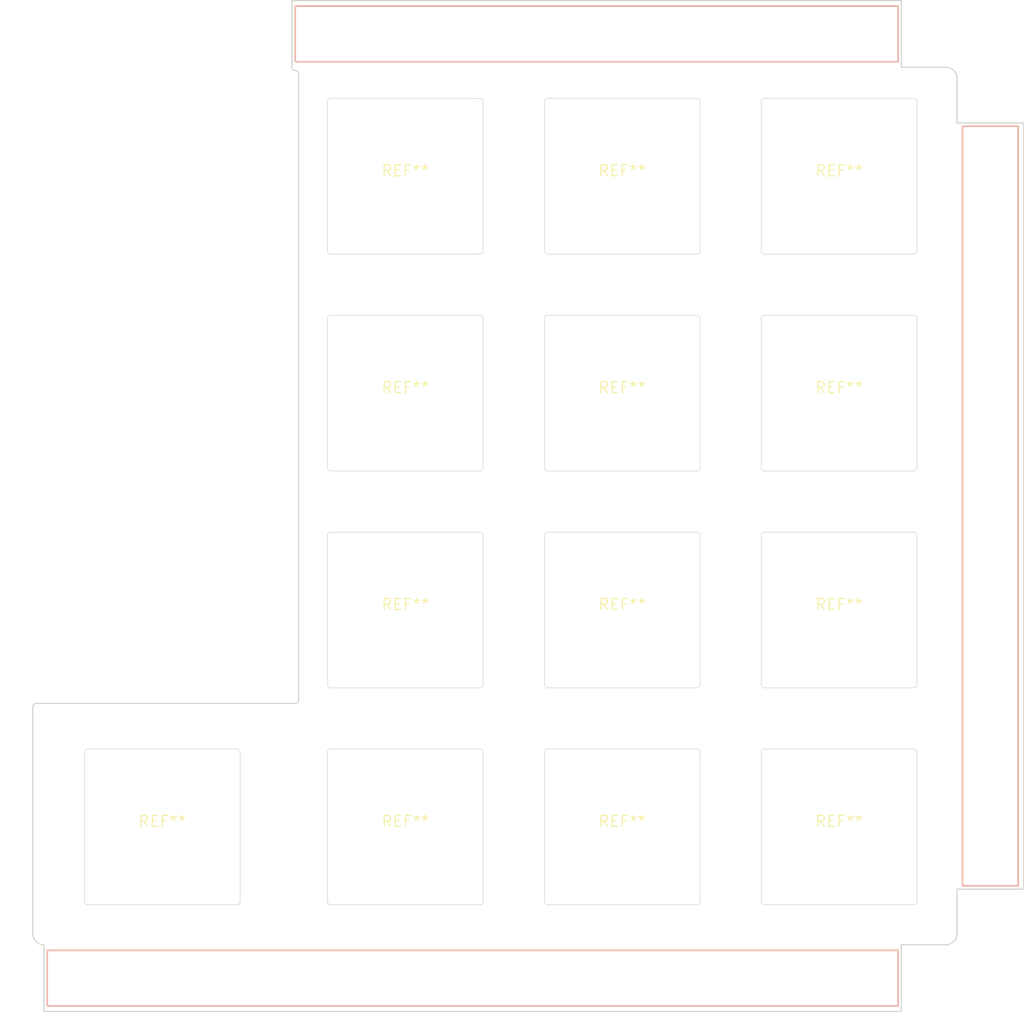
<source format=kicad_pcb>
(kicad_pcb (version 20221018) (generator pcbnew)
  (layers (0 "F.Cu" signal) (31 "B.Cu" signal) (34 "B.Paste" user) (35 "F.Paste" user) (36 "B.SilkS" user "B.Silkscreen") (37 "F.SilkS" user "F.Silkscreen") (38 "B.Mask" user) (39 "F.Mask" user) (44 "Edge.Cuts" user))
  (net 0 "")
  (footprint "mountingholes:MountingHole_2.2mm_M2_DIN965_Pad_TopBottom" (layer "F.Cu") (at 133 77.4)
    (fp_text reference "H1" hide)
    (fp_text value "MountingHole")
    (pad "" np_thru_hole circle (at 0 0) (size 2.2 2.2) (drill 2.2) (layers "F&B.Cu" "*.Mask"))
  )
  (footprint "mountingholes:mx switch cutout plate" (layer "F.Cu") (at 117.25 126.1)
    (fp_text reference "REF**" (at 0 -0.5 unlocked) (layer "F.SilkS") (effects (font (thickness 0.1))))
    (fp_text value "mx switch cutout plate")
    (fp_line (start -7 6.7) (end -7 -6.7) (stroke (width 0.05)) (layer "Edge.Cuts"))
    (fp_line (start 6.7 -7) (end -6.7 -7) (stroke (width 0.05)) (layer "Edge.Cuts"))
    (fp_line (start 6.7 7) (end -6.7 7) (stroke (width 0.05)) (layer "Edge.Cuts"))
    (fp_line (start 7 6.7) (end 7 -6.7) (stroke (width 0.05)) (layer "Edge.Cuts"))
    (fp_arc (start -7 -6.7) (mid -6.912132 -6.912132) (end -6.7 -7) (stroke (width 0.05)) (layer "Edge.Cuts"))
    (fp_arc (start -6.7 7) (mid -6.912132 6.912132) (end -7 6.7) (stroke (width 0.05)) (layer "Edge.Cuts"))
    (fp_arc (start 6.7 -7) (mid 6.912132 -6.912132) (end 7 -6.7) (stroke (width 0.05)) (layer "Edge.Cuts"))
    (fp_arc (start 7 6.7) (mid 6.912132 6.912132) (end 6.7 7) (stroke (width 0.05)) (layer "Edge.Cuts"))
  )
  (footprint "mountingholes:MountingHole_2.2mm_M2_DIN965_Pad_TopBottom" (layer "F.Cu") (at 136.1 116.6)
    (fp_text reference "H4" hide)
    (fp_text value "MountingHole")
    (pad "" np_thru_hole circle (at 0 0) (size 2.2 2.2) (drill 2.2) (layers "F&B.Cu" "*.Mask"))
  )
  (footprint "mountingholes:mx switch cutout plate" (layer "F.Cu") (at 139.1 106.6)
    (fp_text reference "REF**" (at 0 -0.5 unlocked) (layer "F.SilkS") (effects (font (thickness 0.1))))
    (fp_text value "mx switch cutout plate")
    (fp_line (start -7 6.7) (end -7 -6.7) (stroke (width 0.05)) (layer "Edge.Cuts"))
    (fp_line (start 6.7 -7) (end -6.7 -7) (stroke (width 0.05)) (layer "Edge.Cuts"))
    (fp_line (start 6.7 7) (end -6.7 7) (stroke (width 0.05)) (layer "Edge.Cuts"))
    (fp_line (start 7 6.7) (end 7 -6.7) (stroke (width 0.05)) (layer "Edge.Cuts"))
    (fp_arc (start -7 -6.7) (mid -6.912132 -6.912132) (end -6.7 -7) (stroke (width 0.05)) (layer "Edge.Cuts"))
    (fp_arc (start -6.7 7) (mid -6.912132 6.912132) (end -7 6.7) (stroke (width 0.05)) (layer "Edge.Cuts"))
    (fp_arc (start 6.7 -7) (mid 6.912132 -6.912132) (end 7 -6.7) (stroke (width 0.05)) (layer "Edge.Cuts"))
    (fp_arc (start 7 6.7) (mid 6.912132 6.912132) (end 6.7 7) (stroke (width 0.05)) (layer "Edge.Cuts"))
  )
  (footprint "mountingholes:mx switch cutout plate" (layer "F.Cu") (at 158.6 67.6)
    (fp_text reference "REF**" (at 0 -0.5 unlocked) (layer "F.SilkS") (effects (font (thickness 0.1))))
    (fp_text value "mx switch cutout plate")
    (fp_line (start -7 6.7) (end -7 -6.7) (stroke (width 0.05)) (layer "Edge.Cuts"))
    (fp_line (start 6.7 -7) (end -6.7 -7) (stroke (width 0.05)) (layer "Edge.Cuts"))
    (fp_line (start 6.7 7) (end -6.7 7) (stroke (width 0.05)) (layer "Edge.Cuts"))
    (fp_line (start 7 6.7) (end 7 -6.7) (stroke (width 0.05)) (layer "Edge.Cuts"))
    (fp_arc (start -7 -6.7) (mid -6.912132 -6.912132) (end -6.7 -7) (stroke (width 0.05)) (layer "Edge.Cuts"))
    (fp_arc (start -6.7 7) (mid -6.912132 6.912132) (end -7 6.7) (stroke (width 0.05)) (layer "Edge.Cuts"))
    (fp_arc (start 6.7 -7) (mid 6.912132 -6.912132) (end 7 -6.7) (stroke (width 0.05)) (layer "Edge.Cuts"))
    (fp_arc (start 7 6.7) (mid 6.912132 6.912132) (end 6.7 7) (stroke (width 0.05)) (layer "Edge.Cuts"))
  )
  (footprint "mountingholes:mx switch cutout plate" (layer "F.Cu") (at 158.6 87.1)
    (fp_text reference "REF**" (at 0 -0.5 unlocked) (layer "F.SilkS") (effects (font (thickness 0.1))))
    (fp_text value "mx switch cutout plate")
    (fp_line (start -7 6.7) (end -7 -6.7) (stroke (width 0.05)) (layer "Edge.Cuts"))
    (fp_line (start 6.7 -7) (end -6.7 -7) (stroke (width 0.05)) (layer "Edge.Cuts"))
    (fp_line (start 6.7 7) (end -6.7 7) (stroke (width 0.05)) (layer "Edge.Cuts"))
    (fp_line (start 7 6.7) (end 7 -6.7) (stroke (width 0.05)) (layer "Edge.Cuts"))
    (fp_arc (start -7 -6.7) (mid -6.912132 -6.912132) (end -6.7 -7) (stroke (width 0.05)) (layer "Edge.Cuts"))
    (fp_arc (start -6.7 7) (mid -6.912132 6.912132) (end -7 6.7) (stroke (width 0.05)) (layer "Edge.Cuts"))
    (fp_arc (start 6.7 -7) (mid 6.912132 -6.912132) (end 7 -6.7) (stroke (width 0.05)) (layer "Edge.Cuts"))
    (fp_arc (start 7 6.7) (mid 6.912132 6.912132) (end 6.7 7) (stroke (width 0.05)) (layer "Edge.Cuts"))
  )
  (footprint "mountingholes:mx switch cutout plate" (layer "F.Cu") (at 178.1 106.6)
    (fp_text reference "REF**" (at 0 -0.5 unlocked) (layer "F.SilkS") (effects (font (thickness 0.1))))
    (fp_text value "mx switch cutout plate")
    (fp_line (start -7 6.7) (end -7 -6.7) (stroke (width 0.05)) (layer "Edge.Cuts"))
    (fp_line (start 6.7 -7) (end -6.7 -7) (stroke (width 0.05)) (layer "Edge.Cuts"))
    (fp_line (start 6.7 7) (end -6.7 7) (stroke (width 0.05)) (layer "Edge.Cuts"))
    (fp_line (start 7 6.7) (end 7 -6.7) (stroke (width 0.05)) (layer "Edge.Cuts"))
    (fp_arc (start -7 -6.7) (mid -6.912132 -6.912132) (end -6.7 -7) (stroke (width 0.05)) (layer "Edge.Cuts"))
    (fp_arc (start -6.7 7) (mid -6.912132 6.912132) (end -7 6.7) (stroke (width 0.05)) (layer "Edge.Cuts"))
    (fp_arc (start 6.7 -7) (mid 6.912132 -6.912132) (end 7 -6.7) (stroke (width 0.05)) (layer "Edge.Cuts"))
    (fp_arc (start 7 6.7) (mid 6.912132 6.912132) (end 6.7 7) (stroke (width 0.05)) (layer "Edge.Cuts"))
  )
  (footprint "mountingholes:mx switch cutout plate" (layer "F.Cu") (at 178.1 67.6)
    (fp_text reference "REF**" (at 0 -0.5 unlocked) (layer "F.SilkS") (effects (font (thickness 0.1))))
    (fp_text value "mx switch cutout plate")
    (fp_line (start -7 6.7) (end -7 -6.7) (stroke (width 0.05)) (layer "Edge.Cuts"))
    (fp_line (start 6.7 -7) (end -6.7 -7) (stroke (width 0.05)) (layer "Edge.Cuts"))
    (fp_line (start 6.7 7) (end -6.7 7) (stroke (width 0.05)) (layer "Edge.Cuts"))
    (fp_line (start 7 6.7) (end 7 -6.7) (stroke (width 0.05)) (layer "Edge.Cuts"))
    (fp_arc (start -7 -6.7) (mid -6.912132 -6.912132) (end -6.7 -7) (stroke (width 0.05)) (layer "Edge.Cuts"))
    (fp_arc (start -6.7 7) (mid -6.912132 6.912132) (end -7 6.7) (stroke (width 0.05)) (layer "Edge.Cuts"))
    (fp_arc (start 6.7 -7) (mid 6.912132 -6.912132) (end 7 -6.7) (stroke (width 0.05)) (layer "Edge.Cuts"))
    (fp_arc (start 7 6.7) (mid 6.912132 6.912132) (end 6.7 7) (stroke (width 0.05)) (layer "Edge.Cuts"))
  )
  (footprint "mountingholes:mx switch cutout plate" (layer "F.Cu") (at 178.1 87.1)
    (fp_text reference "REF**" (at 0 -0.5 unlocked) (layer "F.SilkS") (effects (font (thickness 0.1))))
    (fp_text value "mx switch cutout plate")
    (fp_line (start -7 6.7) (end -7 -6.7) (stroke (width 0.05)) (layer "Edge.Cuts"))
    (fp_line (start 6.7 -7) (end -6.7 -7) (stroke (width 0.05)) (layer "Edge.Cuts"))
    (fp_line (start 6.7 7) (end -6.7 7) (stroke (width 0.05)) (layer "Edge.Cuts"))
    (fp_line (start 7 6.7) (end 7 -6.7) (stroke (width 0.05)) (layer "Edge.Cuts"))
    (fp_arc (start -7 -6.7) (mid -6.912132 -6.912132) (end -6.7 -7) (stroke (width 0.05)) (layer "Edge.Cuts"))
    (fp_arc (start -6.7 7) (mid -6.912132 6.912132) (end -7 6.7) (stroke (width 0.05)) (layer "Edge.Cuts"))
    (fp_arc (start 6.7 -7) (mid 6.912132 -6.912132) (end 7 -6.7) (stroke (width 0.05)) (layer "Edge.Cuts"))
    (fp_arc (start 7 6.7) (mid 6.912132 6.912132) (end 6.7 7) (stroke (width 0.05)) (layer "Edge.Cuts"))
  )
  (footprint "mountingholes:mx switch cutout plate" (layer "F.Cu") (at 139.1 126.1)
    (fp_text reference "REF**" (at 0 -0.5 unlocked) (layer "F.SilkS") (effects (font (thickness 0.1))))
    (fp_text value "mx switch cutout plate")
    (fp_line (start -7 6.7) (end -7 -6.7) (stroke (width 0.05)) (layer "Edge.Cuts"))
    (fp_line (start 6.7 -7) (end -6.7 -7) (stroke (width 0.05)) (layer "Edge.Cuts"))
    (fp_line (start 6.7 7) (end -6.7 7) (stroke (width 0.05)) (layer "Edge.Cuts"))
    (fp_line (start 7 6.7) (end 7 -6.7) (stroke (width 0.05)) (layer "Edge.Cuts"))
    (fp_arc (start -7 -6.7) (mid -6.912132 -6.912132) (end -6.7 -7) (stroke (width 0.05)) (layer "Edge.Cuts"))
    (fp_arc (start -6.7 7) (mid -6.912132 6.912132) (end -7 6.7) (stroke (width 0.05)) (layer "Edge.Cuts"))
    (fp_arc (start 6.7 -7) (mid 6.912132 -6.912132) (end 7 -6.7) (stroke (width 0.05)) (layer "Edge.Cuts"))
    (fp_arc (start 7 6.7) (mid 6.912132 6.912132) (end 6.7 7) (stroke (width 0.05)) (layer "Edge.Cuts"))
  )
  (footprint "mountingholes:MountingHole_2.2mm_M2_DIN965_Pad_TopBottom" (layer "F.Cu") (at 184.1 77.6)
    (fp_text reference "H2" hide)
    (fp_text value "MountingHole")
    (pad "" np_thru_hole circle (at 0 0) (size 2.2 2.2) (drill 2.2) (layers "F&B.Cu" "*.Mask"))
  )
  (footprint "mountingholes:mx switch cutout plate" (layer "F.Cu") (at 178.1 126.1)
    (fp_text reference "REF**" (at 0 -0.5 unlocked) (layer "F.SilkS") (effects (font (thickness 0.1))))
    (fp_text value "mx switch cutout plate")
    (fp_line (start -7 6.7) (end -7 -6.7) (stroke (width 0.05)) (layer "Edge.Cuts"))
    (fp_line (start 6.7 -7) (end -6.7 -7) (stroke (width 0.05)) (layer "Edge.Cuts"))
    (fp_line (start 6.7 7) (end -6.7 7) (stroke (width 0.05)) (layer "Edge.Cuts"))
    (fp_line (start 7 6.7) (end 7 -6.7) (stroke (width 0.05)) (layer "Edge.Cuts"))
    (fp_arc (start -7 -6.7) (mid -6.912132 -6.912132) (end -6.7 -7) (stroke (width 0.05)) (layer "Edge.Cuts"))
    (fp_arc (start -6.7 7) (mid -6.912132 6.912132) (end -7 6.7) (stroke (width 0.05)) (layer "Edge.Cuts"))
    (fp_arc (start 6.7 -7) (mid 6.912132 -6.912132) (end 7 -6.7) (stroke (width 0.05)) (layer "Edge.Cuts"))
    (fp_arc (start 7 6.7) (mid 6.912132 6.912132) (end 6.7 7) (stroke (width 0.05)) (layer "Edge.Cuts"))
  )
  (footprint "mountingholes:mx switch cutout plate" (layer "F.Cu") (at 158.6 106.6)
    (fp_text reference "REF**" (at 0 -0.5 unlocked) (layer "F.SilkS") (effects (font (thickness 0.1))))
    (fp_text value "mx switch cutout plate")
    (fp_line (start -7 6.7) (end -7 -6.7) (stroke (width 0.05)) (layer "Edge.Cuts"))
    (fp_line (start 6.7 -7) (end -6.7 -7) (stroke (width 0.05)) (layer "Edge.Cuts"))
    (fp_line (start 6.7 7) (end -6.7 7) (stroke (width 0.05)) (layer "Edge.Cuts"))
    (fp_line (start 7 6.7) (end 7 -6.7) (stroke (width 0.05)) (layer "Edge.Cuts"))
    (fp_arc (start -7 -6.7) (mid -6.912132 -6.912132) (end -6.7 -7) (stroke (width 0.05)) (layer "Edge.Cuts"))
    (fp_arc (start -6.7 7) (mid -6.912132 6.912132) (end -7 6.7) (stroke (width 0.05)) (layer "Edge.Cuts"))
    (fp_arc (start 6.7 -7) (mid 6.912132 -6.912132) (end 7 -6.7) (stroke (width 0.05)) (layer "Edge.Cuts"))
    (fp_arc (start 7 6.7) (mid 6.912132 6.912132) (end 6.7 7) (stroke (width 0.05)) (layer "Edge.Cuts"))
  )
  (footprint "mountingholes:mx switch cutout plate" (layer "F.Cu") (at 158.6 126.1)
    (fp_text reference "REF**" (at 0 -0.5 unlocked) (layer "F.SilkS") (effects (font (thickness 0.1))))
    (fp_text value "mx switch cutout plate")
    (fp_line (start -7 6.7) (end -7 -6.7) (stroke (width 0.05)) (layer "Edge.Cuts"))
    (fp_line (start 6.7 -7) (end -6.7 -7) (stroke (width 0.05)) (layer "Edge.Cuts"))
    (fp_line (start 6.7 7) (end -6.7 7) (stroke (width 0.05)) (layer "Edge.Cuts"))
    (fp_line (start 7 6.7) (end 7 -6.7) (stroke (width 0.05)) (layer "Edge.Cuts"))
    (fp_arc (start -7 -6.7) (mid -6.912132 -6.912132) (end -6.7 -7) (stroke (width 0.05)) (layer "Edge.Cuts"))
    (fp_arc (start -6.7 7) (mid -6.912132 6.912132) (end -7 6.7) (stroke (width 0.05)) (layer "Edge.Cuts"))
    (fp_arc (start 6.7 -7) (mid 6.912132 -6.912132) (end 7 -6.7) (stroke (width 0.05)) (layer "Edge.Cuts"))
    (fp_arc (start 7 6.7) (mid 6.912132 6.912132) (end 6.7 7) (stroke (width 0.05)) (layer "Edge.Cuts"))
  )
  (footprint "mountingholes:MountingHole_2.2mm_M2_DIN965_Pad_TopBottom" (layer "F.Cu") (at 186.7 134.7)
    (fp_text reference "H6" hide)
    (fp_text value "MountingHole")
    (pad "" np_thru_hole circle (at 0 0) (size 2.2 2.2) (drill 2.2) (layers "F&B.Cu" "*.Mask"))
  )
  (footprint "mountingholes:MountingHole_2.2mm_M2_DIN965_Pad_TopBottom" (layer "F.Cu") (at 107.8 134.5)
    (fp_text reference "H5" hide)
    (fp_text value "MountingHole")
    (pad "" np_thru_hole circle (at 0 0) (size 2.2 2.2) (drill 2.2) (layers "F&B.Cu" "*.Mask"))
  )
  (footprint "mountingholes:mx switch cutout plate" (layer "F.Cu") (at 139.1 87.1)
    (fp_text reference "REF**" (at 0 -0.5 unlocked) (layer "F.SilkS") (effects (font (thickness 0.1))))
    (fp_text value "mx switch cutout plate")
    (fp_line (start -7 6.7) (end -7 -6.7) (stroke (width 0.05)) (layer "Edge.Cuts"))
    (fp_line (start 6.7 -7) (end -6.7 -7) (stroke (width 0.05)) (layer "Edge.Cuts"))
    (fp_line (start 6.7 7) (end -6.7 7) (stroke (width 0.05)) (layer "Edge.Cuts"))
    (fp_line (start 7 6.7) (end 7 -6.7) (stroke (width 0.05)) (layer "Edge.Cuts"))
    (fp_arc (start -7 -6.7) (mid -6.912132 -6.912132) (end -6.7 -7) (stroke (width 0.05)) (layer "Edge.Cuts"))
    (fp_arc (start -6.7 7) (mid -6.912132 6.912132) (end -7 6.7) (stroke (width 0.05)) (layer "Edge.Cuts"))
    (fp_arc (start 6.7 -7) (mid 6.912132 -6.912132) (end 7 -6.7) (stroke (width 0.05)) (layer "Edge.Cuts"))
    (fp_arc (start 7 6.7) (mid 6.912132 6.912132) (end 6.7 7) (stroke (width 0.05)) (layer "Edge.Cuts"))
  )
  (footprint "mountingholes:mx switch cutout plate" (layer "F.Cu") (at 139.1 67.6)
    (fp_text reference "REF**" (at 0 -0.5 unlocked) (layer "F.SilkS") (effects (font (thickness 0.1))))
    (fp_text value "mx switch cutout plate")
    (fp_line (start -7 6.7) (end -7 -6.7) (stroke (width 0.05)) (layer "Edge.Cuts"))
    (fp_line (start 6.7 -7) (end -6.7 -7) (stroke (width 0.05)) (layer "Edge.Cuts"))
    (fp_line (start 6.7 7) (end -6.7 7) (stroke (width 0.05)) (layer "Edge.Cuts"))
    (fp_line (start 7 6.7) (end 7 -6.7) (stroke (width 0.05)) (layer "Edge.Cuts"))
    (fp_arc (start -7 -6.7) (mid -6.912132 -6.912132) (end -6.7 -7) (stroke (width 0.05)) (layer "Edge.Cuts"))
    (fp_arc (start -6.7 7) (mid -6.912132 6.912132) (end -7 6.7) (stroke (width 0.05)) (layer "Edge.Cuts"))
    (fp_arc (start 6.7 -7) (mid 6.912132 -6.912132) (end 7 -6.7) (stroke (width 0.05)) (layer "Edge.Cuts"))
    (fp_arc (start 7 6.7) (mid 6.912132 6.912132) (end 6.7 7) (stroke (width 0.05)) (layer "Edge.Cuts"))
  )
  (footprint "mountingholes:MountingHole_2.2mm_M2_DIN965_Pad_TopBottom" (layer "F.Cu") (at 153.1 97)
    (fp_text reference "H3" hide)
    (fp_text value "MountingHole")
    (pad "" np_thru_hole circle (at 0 0) (size 2.2 2.2) (drill 2.2) (layers "F&B.Cu" "*.Mask"))
  )
  (gr_rect (start 106.9 137.2) (end 183.4 142.2) (stroke (width 0.15)) (fill none) (layer "B.SilkS"))
  (gr_rect (start 189.2 63.1) (end 194.2 131.4) (stroke (width 0.15)) (fill none) (layer "B.SilkS"))
  (gr_rect (start 129.2 52.3) (end 183.4 57.3) (stroke (width 0.15)) (fill none) (layer "B.SilkS"))
  (gr_arc (start 129.199999 58.1) (mid 128.987868 58.012132) (end 128.9 57.800001) (stroke (width 0.1)) (layer "Edge.Cuts"))
  (gr_line (start 188.7 135.7) (end 188.7 131.7) (stroke (width 0.1)) (layer "Edge.Cuts"))
  (gr_line (start 188.7 58.8) (end 188.7 62.8) (stroke (width 0.1)) (layer "Edge.Cuts"))
  (gr_line (start 183.7 57.8) (end 183.7 51.8) (stroke (width 0.1)) (layer "Edge.Cuts"))
  (gr_line (start 183.7 136.7) (end 183.7 142.7) (stroke (width 0.1)) (layer "Edge.Cuts"))
  (gr_line (start 194.7 62.8) (end 188.7 62.8) (stroke (width 0.1)) (layer "Edge.Cuts"))
  (gr_line (start 187.7 57.8) (end 183.7 57.8) (stroke (width 0.1)) (layer "Edge.Cuts"))
  (gr_line (start 188.7 131.7) (end 194.7 131.7) (stroke (width 0.1)) (layer "Edge.Cuts"))
  (gr_line (start 194.7 62.8) (end 194.7 131.7) (stroke (width 0.1)) (layer "Edge.Cuts"))
  (gr_line (start 128.9 51.8) (end 128.9 57.800001) (stroke (width 0.1)) (layer "Edge.Cuts"))
  (gr_line (start 187.7 136.7) (end 183.7 136.7) (stroke (width 0.1)) (layer "Edge.Cuts"))
  (gr_arc (start 188.7 135.7) (mid 188.407107 136.407107) (end 187.7 136.7) (stroke (width 0.1)) (layer "Edge.Cuts"))
  (gr_line (start 105.9 115) (end 129.2 114.999999) (stroke (width 0.1)) (layer "Edge.Cuts"))
  (gr_line (start 106.6 136.7) (end 106.6 142.7) (stroke (width 0.1)) (layer "Edge.Cuts"))
  (gr_line (start 105.6 115.3) (end 105.6 135.7) (stroke (width 0.1)) (layer "Edge.Cuts"))
  (gr_arc (start 129.499999 114.7) (mid 129.412131 114.912131) (end 129.2 114.999999) (stroke (width 0.1)) (layer "Edge.Cuts"))
  (gr_arc (start 187.7 57.8) (mid 188.407107 58.092893) (end 188.7 58.8) (stroke (width 0.1)) (layer "Edge.Cuts"))
  (gr_line (start 183.7 142.7) (end 106.6 142.7) (stroke (width 0.1)) (layer "Edge.Cuts"))
  (gr_line (start 183.7 51.8) (end 128.9 51.8) (stroke (width 0.1)) (layer "Edge.Cuts"))
  (gr_arc (start 129.200001 58.1) (mid 129.412132 58.187868) (end 129.5 58.399999) (stroke (width 0.1)) (layer "Edge.Cuts"))
  (gr_line (start 129.5 58.399999) (end 129.5 114.7) (stroke (width 0.1)) (layer "Edge.Cuts"))
  (gr_arc (start 105.6 115.3) (mid 105.687868 115.087868) (end 105.9 115) (stroke (width 0.1)) (layer "Edge.Cuts"))
  (gr_arc (start 106.6 136.7) (mid 105.892893 136.407107) (end 105.6 135.7) (stroke (width 0.1)) (layer "Edge.Cuts"))
)
</source>
